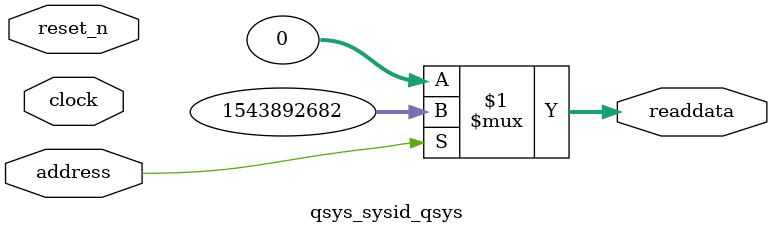
<source format=v>

`timescale 1ns / 1ps
// synthesis translate_on

// turn off superfluous verilog processor warnings 
// altera message_level Level1 
// altera message_off 10034 10035 10036 10037 10230 10240 10030 

module qsys_sysid_qsys (
               // inputs:
                address,
                clock,
                reset_n,

               // outputs:
                readdata
             )
;

  output  [ 31: 0] readdata;
  input            address;
  input            clock;
  input            reset_n;

  wire    [ 31: 0] readdata;
  //control_slave, which is an e_avalon_slave
  assign readdata = address ? 1543892682 : 0;

endmodule




</source>
